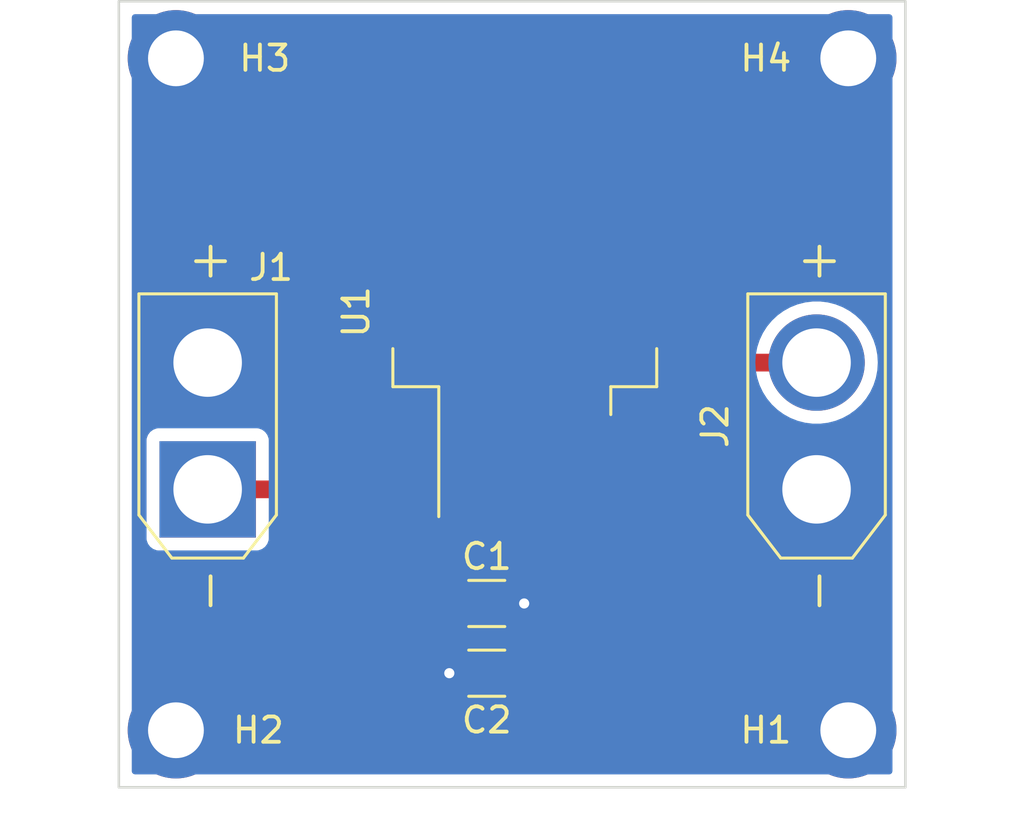
<source format=kicad_pcb>
(kicad_pcb (version 20211014) (generator pcbnew)
  (layers (0 "F.Cu" signal) (31 "B.Cu" signal) (34 "B.Paste" user) (35 "F.Paste" user) (36 "B.SilkS" user "B.Silkscreen") (37 "F.SilkS" user "F.Silkscreen") (38 "B.Mask" user) (39 "F.Mask" user) (44 "Edge.Cuts" user))
  (net 0 "")
  (net 1 "Net-(C1-Pad1)")
  (net 2 "GND")
  (net 3 "Net-(C2-Pad1)")
  (footprint "Package_TO_SOT_SMD:TO-263-3_TabPin2" (layer "F.Cu") (at 140 94.25 90)
    (fp_text reference "U1" (at 0 -6.65 90) (layer "F.SilkS"))
    (fp_text value "L7805")
    (fp_line (start -2.95 -3.39) (end -8.075 -3.39) (layer "F.SilkS") (width 0.12))
    (fp_line (start -2.95 3.39) (end -4.05 3.39) (layer "F.SilkS") (width 0.12))
    (fp_line (start -1.45 -5.2) (end -2.95 -5.2) (layer "F.SilkS") (width 0.12))
    (fp_line (start -2.95 5.2) (end -2.95 3.39) (layer "F.SilkS") (width 0.12))
    (fp_line (start -1.45 5.2) (end -2.95 5.2) (layer "F.SilkS") (width 0.12))
    (fp_line (start -2.95 -5.2) (end -2.95 -3.39) (layer "F.SilkS") (width 0.12))
    (pad "1" smd rect (at -5.775 -2.54 90) (size 4.6 1.1) (layers "F.Cu" "F.Paste" "F.Mask") (net 1 "Net-(C1-Pad1)"))
    (pad "2" smd rect (at 3.375 0 90) (size 9.4 10.8) (layers "F.Cu" "F.Mask") (net 2 "GND"))
    (pad "2" smd rect (at -5.775 0 90) (size 4.6 1.1) (layers "F.Cu" "F.Paste" "F.Mask") (net 2 "GND"))
    (pad "3" smd rect (at -5.775 2.54 90) (size 4.6 1.1) (layers "F.Cu" "F.Paste" "F.Mask") (net 3 "Net-(C2-Pad1)"))
  )
  (footprint "MountingHole:MountingHole_2.2mm_M2_DIN965_Pad_TopBottom" (layer "F.Cu") (at 126.25 110.75)
    (fp_text reference "H2" (at 3.25 0) (layer "F.SilkS"))
    (fp_text value "MountingHole_Pad")
    (pad "1" thru_hole circle (at 0 0) (size 2.6 2.6) (drill 2.2) (layers *.Cu *.Mask) (net 2 "GND"))
    (pad "1" connect circle (at 0 0) (size 3.8 3.8) (layers "F.Cu" "F.Mask") (net 2 "GND"))
    (pad "1" connect circle (at 0 0) (size 3.8 3.8) (layers "B.Cu" "B.Mask") (net 2 "GND"))
  )
  (footprint "MountingHole:MountingHole_2.2mm_M2_DIN965_Pad_TopBottom" (layer "F.Cu") (at 126.25 84.25)
    (fp_text reference "H3" (at 3.5 0) (layer "F.SilkS"))
    (fp_text value "MountingHole_Pad")
    (pad "1" thru_hole circle (at 0 0) (size 2.6 2.6) (drill 2.2) (layers *.Cu *.Mask) (net 2 "GND"))
    (pad "1" connect circle (at 0 0) (size 3.8 3.8) (layers "F.Cu" "F.Mask") (net 2 "GND"))
    (pad "1" connect circle (at 0 0) (size 3.8 3.8) (layers "B.Cu" "B.Mask") (net 2 "GND"))
  )
  (footprint "Capacitor_SMD:C_1206_3216Metric" (layer "F.Cu") (at 138.5 105.75)
    (fp_text reference "C1" (at 0 -1.85) (layer "F.SilkS"))
    (fp_text value "330nF")
    (fp_line (start -0.711252 -0.91) (end 0.711252 -0.91) (layer "F.SilkS") (width 0.12))
    (fp_line (start -0.711252 0.91) (end 0.711252 0.91) (layer "F.SilkS") (width 0.12))
    (pad "1" smd roundrect (at -1.475 0) (size 1.15 1.8) (layers "F.Cu" "F.Paste" "F.Mask") (roundrect_rratio 0.217391) (net 1 "Net-(C1-Pad1)"))
    (pad "2" smd roundrect (at 1.475 0) (size 1.15 1.8) (layers "F.Cu" "F.Paste" "F.Mask") (roundrect_rratio 0.217391) (net 2 "GND"))
  )
  (footprint "MountingHole:MountingHole_2.2mm_M2_DIN965_Pad_TopBottom" (layer "F.Cu") (at 152.75 110.75)
    (fp_text reference "H1" (at -3.25 0) (layer "F.SilkS"))
    (fp_text value "MountingHole_Pad")
    (pad "1" connect circle (at 0 0) (size 3.8 3.8) (layers "B.Cu" "B.Mask") (net 2 "GND"))
    (pad "1" thru_hole circle (at 0 0) (size 2.6 2.6) (drill 2.2) (layers *.Cu *.Mask) (net 2 "GND"))
    (pad "1" connect circle (at 0 0) (size 3.8 3.8) (layers "F.Cu" "F.Mask") (net 2 "GND"))
  )
  (footprint "Connector_AMASS:AMASS_XT30U-M_1x02_P5.0mm_Vertical" (layer "F.Cu") (at 127.5 101.25 90)
    (fp_text reference "J1" (at 8.75 2.5 180) (layer "F.SilkS"))
    (fp_text value "Conn_01x02_Male")
    (fp_text user "+" (at 9 0 90) (layer "F.SilkS") (effects (font (size 1.5 1.5))))
    (fp_text user "-" (at -4 0 90) (layer "F.SilkS") (effects (font (size 1.5 1.5))))
    (fp_line (start -2.71 -1.41) (end -2.71 1.41) (layer "F.SilkS") (width 0.12))
    (fp_line (start -2.71 1.41) (end -1.01 2.71) (layer "F.SilkS") (width 0.12))
    (fp_line (start -2.71 -1.41) (end -1.01 -2.71) (layer "F.SilkS") (width 0.12))
    (fp_line (start 7.71 -2.71) (end 7.71 2.71) (layer "F.SilkS") (width 0.12))
    (fp_line (start -1.01 2.71) (end 7.71 2.71) (layer "F.SilkS") (width 0.12))
    (fp_line (start -1.01 -2.71) (end 7.71 -2.71) (layer "F.SilkS") (width 0.12))
    (pad "1" thru_hole rect (at 0 0 90) (size 3.8 3.8) (drill 2.7) (layers *.Cu *.Mask) (net 1 "Net-(C1-Pad1)"))
    (pad "2" thru_hole circle (at 5 0 90) (size 3.8 3.8) (drill 2.7) (layers *.Cu *.Mask) (net 2 "GND"))
  )
  (footprint "Capacitor_SMD:C_1206_3216Metric" (layer "F.Cu") (at 138.5 108.5 180)
    (fp_text reference "C2" (at 0 -1.85) (layer "F.SilkS"))
    (fp_text value "0.1uF")
    (fp_line (start -0.711252 -0.91) (end 0.711252 -0.91) (layer "F.SilkS") (width 0.12))
    (fp_line (start -0.711252 0.91) (end 0.711252 0.91) (layer "F.SilkS") (width 0.12))
    (pad "1" smd roundrect (at -1.475 0 180) (size 1.15 1.8) (layers "F.Cu" "F.Paste" "F.Mask") (roundrect_rratio 0.217391) (net 3 "Net-(C2-Pad1)"))
    (pad "2" smd roundrect (at 1.475 0 180) (size 1.15 1.8) (layers "F.Cu" "F.Paste" "F.Mask") (roundrect_rratio 0.217391) (net 2 "GND"))
  )
  (footprint "MountingHole:MountingHole_2.2mm_M2_DIN965_Pad_TopBottom" (layer "F.Cu") (at 152.75 84.25)
    (fp_text reference "H4" (at -3.25 0) (layer "F.SilkS"))
    (fp_text value "MountingHole_Pad")
    (pad "1" connect circle (at 0 0) (size 3.8 3.8) (layers "B.Cu" "B.Mask") (net 2 "GND"))
    (pad "1" connect circle (at 0 0) (size 3.8 3.8) (layers "F.Cu" "F.Mask") (net 2 "GND"))
    (pad "1" thru_hole circle (at 0 0) (size 2.6 2.6) (drill 2.2) (layers *.Cu *.Mask) (net 2 "GND"))
  )
  (footprint "Connector_AMASS:AMASS_XT30U-M_1x02_P5.0mm_Vertical" (layer "F.Cu") (at 151.5 101.25 90)
    (fp_text reference "J2" (at 2.5 -4 90) (layer "F.SilkS"))
    (fp_text value "Conn_01x02_Male")
    (fp_text user "-" (at -4 0 90) (layer "F.SilkS") (effects (font (size 1.5 1.5))))
    (fp_text user "+" (at 9 0 90) (layer "F.SilkS") (effects (font (size 1.5 1.5))))
    (fp_line (start 7.71 -2.71) (end 7.71 2.71) (layer "F.SilkS") (width 0.12))
    (fp_line (start -2.71 1.41) (end -1.01 2.71) (layer "F.SilkS") (width 0.12))
    (fp_line (start -1.01 -2.71) (end 7.71 -2.71) (layer "F.SilkS") (width 0.12))
    (fp_line (start -2.71 -1.41) (end -1.01 -2.71) (layer "F.SilkS") (width 0.12))
    (fp_line (start -1.01 2.71) (end 7.71 2.71) (layer "F.SilkS") (width 0.12))
    (fp_line (start -2.71 -1.41) (end -2.71 1.41) (layer "F.SilkS") (width 0.12))
    (pad "1" thru_hole rect (at 0 0 90) (size 3.8 3.8) (drill 2.7) (layers *.Cu *.Mask) (net 2 "GND"))
    (pad "2" thru_hole circle (at 5 0 90) (size 3.8 3.8) (drill 2.7) (layers *.Cu *.Mask) (net 3 "Net-(C2-Pad1)"))
  )
  (gr_rect (start 124 82) (end 155 113) (layer "Edge.Cuts") (width 0.1) (fill none))
  (segment (start 127.5 101.25) (end 132 101.25) (width 0.7) (layer "F.Cu") (net 1))
  (segment (start 133.25 100) (end 133.275 100.025) (width 0.7) (layer "F.Cu") (net 1))
  (segment (start 132 101.25) (end 133.25 100) (width 0.7) (layer "F.Cu") (net 1))
  (segment (start 133.275 100.025) (end 137.46 100.025) (width 0.7) (layer "F.Cu") (net 1))
  (segment (start 137.46 100.025) (end 137.46 105.315) (width 0.7) (layer "F.Cu") (net 1))
  (segment (start 137.46 105.315) (end 137.025 105.75) (width 0.7) (layer "F.Cu") (net 1))
  (segment (start 152.75 107) (end 152.75 110.75) (width 0.7) (layer "F.Cu") (net 2))
  (segment (start 127.5 89) (end 127.5 96.25) (width 0.7) (layer "F.Cu") (net 2))
  (segment (start 140 105.725) (end 139.975 105.75) (width 0.7) (layer "F.Cu") (net 2))
  (segment (start 140 90.875) (end 140 88.25) (width 0.7) (layer "F.Cu") (net 2))
  (segment (start 140 88.25) (end 144 84.25) (width 0.7) (layer "F.Cu") (net 2))
  (segment (start 140 90.875) (end 140 100.025) (width 0.7) (layer "F.Cu") (net 2))
  (segment (start 126.25 87.75) (end 127.5 89) (width 0.7) (layer "F.Cu") (net 2))
  (segment (start 126.25 84.25) (end 126.25 87.75) (width 0.7) (layer "F.Cu") (net 2))
  (segment (start 128.5 108.5) (end 137.025 108.5) (width 0.7) (layer "F.Cu") (net 2))
  (segment (start 126.25 110.75) (end 128.5 108.5) (width 0.7) (layer "F.Cu") (net 2))
  (segment (start 144 84.25) (end 152.75 84.25) (width 0.7) (layer "F.Cu") (net 2))
  (segment (start 151.5 105.75) (end 152.75 107) (width 0.7) (layer "F.Cu") (net 2))
  (segment (start 140 100.025) (end 140 105.725) (width 0.7) (layer "F.Cu") (net 2))
  (segment (start 151.5 101.25) (end 151.5 105.75) (width 0.7) (layer "F.Cu") (net 2))
  (via (at 139.975 105.75) (size 0.8) (drill 0.4) (layers "F.Cu" "B.Cu") (net 2))
  (via (at 137.025 108.5) (size 0.8) (drill 0.4) (layers "F.Cu" "B.Cu") (net 2))
  (segment (start 139.5 105.75) (end 139.975 105.75) (width 0.7) (layer "B.Cu") (net 2))
  (segment (start 138.5 107.75) (end 138.5 106.75) (width 0.7) (layer "B.Cu") (net 2))
  (segment (start 137.025 108.5) (end 137.75 108.5) (width 0.7) (layer "B.Cu") (net 2))
  (segment (start 130.25 107) (end 127.25 107) (width 0.7) (layer "B.Cu") (net 2))
  (segment (start 138.5 106.75) (end 139.5 105.75) (width 0.7) (layer "B.Cu") (net 2))
  (segment (start 142.5 105.75) (end 147 101.25) (width 0.7) (layer "B.Cu") (net 2))
  (segment (start 137.75 108.5) (end 138.5 107.75) (width 0.7) (layer "B.Cu") (net 2))
  (segment (start 147 101.25) (end 151.5 101.25) (width 0.7) (layer "B.Cu") (net 2))
  (segment (start 127.25 107) (end 126.25 108) (width 0.7) (layer "B.Cu") (net 2))
  (segment (start 127.5 96.25) (end 131.25 96.25) (width 0.7) (layer "B.Cu") (net 2))
  (segment (start 131.25 96.25) (end 132.75 97.75) (width 0.7) (layer "B.Cu") (net 2))
  (segment (start 132.75 97.75) (end 132.75 104.5) (width 0.7) (layer "B.Cu") (net 2))
  (segment (start 139.975 105.75) (end 142.5 105.75) (width 0.7) (layer "B.Cu") (net 2))
  (segment (start 126.25 108) (end 126.25 110.75) (width 0.7) (layer "B.Cu") (net 2))
  (segment (start 132.75 104.5) (end 130.25 107) (width 0.7) (layer "B.Cu") (net 2))
  (segment (start 151.5 96.25) (end 148.25 96.25) (width 0.7) (layer "F.Cu") (net 3))
  (segment (start 147.25 98.5) (end 145.725 100.025) (width 0.7) (layer "F.Cu") (net 3))
  (segment (start 140.5 108.5) (end 139.975 108.5) (width 0.7) (layer "F.Cu") (net 3))
  (segment (start 145.725 100.025) (end 142.54 100.025) (width 0.7) (layer "F.Cu") (net 3))
  (segment (start 142.54 106.46) (end 140.5 108.5) (width 0.7) (layer "F.Cu") (net 3))
  (segment (start 147.25 97.25) (end 147.25 98.5) (width 0.7) (layer "F.Cu") (net 3))
  (segment (start 148.25 96.25) (end 147.25 97.25) (width 0.7) (layer "F.Cu") (net 3))
  (segment (start 142.54 100.025) (end 142.54 106.46) (width 0.7) (layer "F.Cu") (net 3))
  (zone (net 2) (net_name "GND") (layer "B.Cu") (connect_pads yes (clearance 0.508)) (min_thickness 0.254) (fill yes (thermal_gap 0.508) (thermal_bridge_width 0.508))
    (polygon (pts (xy 154.75 112.75) (xy 124.25 112.75) (xy 124.25 82.25) (xy 154.75 82.25)))
  )
)
</source>
